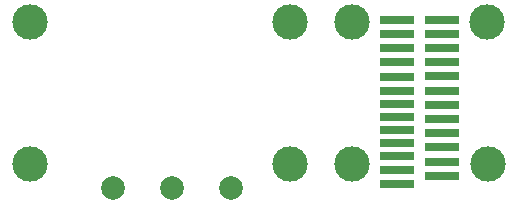
<source format=gbr>
%TF.GenerationSoftware,KiCad,Pcbnew,5.1.6-c6e7f7d~87~ubuntu20.04.1*%
%TF.CreationDate,2022-05-26T15:44:46+02:00*%
%TF.ProjectId,interface_down_left_side_arm,696e7465-7266-4616-9365-5f646f776e5f,rev?*%
%TF.SameCoordinates,PX5f5e038PY7086ec8*%
%TF.FileFunction,Copper,L2,Bot*%
%TF.FilePolarity,Positive*%
%FSLAX46Y46*%
G04 Gerber Fmt 4.6, Leading zero omitted, Abs format (unit mm)*
G04 Created by KiCad (PCBNEW 5.1.6-c6e7f7d~87~ubuntu20.04.1) date 2022-05-26 15:44:46*
%MOMM*%
%LPD*%
G01*
G04 APERTURE LIST*
%TA.AperFunction,ComponentPad*%
%ADD10R,3.000000X0.800000*%
%TD*%
%TA.AperFunction,ComponentPad*%
%ADD11C,2.000000*%
%TD*%
%TA.AperFunction,ViaPad*%
%ADD12C,3.000000*%
%TD*%
G04 APERTURE END LIST*
D10*
%TO.P,J4,2*%
%TO.N,Net-(J4-Pad2)*%
X35100200Y14793160D03*
%TO.P,J4,1*%
%TO.N,Net-(J4-Pad1)*%
X35100200Y15993160D03*
%TO.P,J4,4*%
%TO.N,Net-(J4-Pad4)*%
X35100200Y12393160D03*
%TO.P,J4,3*%
%TO.N,Net-(J4-Pad3)*%
X35080200Y13593160D03*
%TO.P,J4,5*%
%TO.N,Net-(J4-Pad5)*%
X35100200Y11193160D03*
%TO.P,J4,6*%
%TO.N,Net-(J4-Pad6)*%
X35106000Y9993160D03*
%TO.P,J4,9*%
%TO.N,Net-(J4-Pad9)*%
X35100200Y6693160D03*
%TO.P,J4,12*%
%TO.N,Net-(J4-Pad12)*%
X35100200Y3293160D03*
%TO.P,J4,10*%
%TO.N,Net-(J4-Pad10)*%
X35100200Y5593160D03*
%TO.P,J4,8*%
%TO.N,Net-(J4-Pad8)*%
X35100200Y7793160D03*
%TO.P,J4,11*%
%TO.N,Net-(J4-Pad11)*%
X35100200Y4493160D03*
%TO.P,J4,7*%
%TO.N,Net-(J4-Pad7)*%
X35100200Y8893160D03*
%TO.P,J4,13*%
%TO.N,Net-(J4-Pad13)*%
X35100200Y2093160D03*
%TO.P,J4,14*%
%TO.N,Net-(J4-Pad14)*%
X38886540Y16000400D03*
%TO.P,J4,15*%
%TO.N,Net-(J4-Pad15)*%
X38886540Y14800400D03*
%TO.P,J4,16*%
%TO.N,Net-(J4-Pad16)*%
X38886540Y13600400D03*
%TO.P,J4,17*%
%TO.N,Net-(J4-Pad17)*%
X38886540Y12400400D03*
%TO.P,J4,18*%
%TO.N,Net-(J4-Pad18)*%
X38886540Y11200400D03*
%TO.P,J4,19*%
%TO.N,Net-(J4-Pad19)*%
X38886540Y10000400D03*
%TO.P,J4,20*%
%TO.N,Net-(J4-Pad20)*%
X38886540Y8800400D03*
%TO.P,J4,21*%
%TO.N,Net-(J4-Pad21)*%
X38886540Y7600400D03*
%TO.P,J4,22*%
%TO.N,Net-(J4-Pad22)*%
X38886540Y6400400D03*
%TO.P,J4,23*%
%TO.N,Net-(J4-Pad23)*%
X38886540Y5200400D03*
%TO.P,J4,24*%
%TO.N,Net-(J4-Pad24)*%
X38886540Y4000400D03*
%TO.P,J4,25*%
%TO.N,Net-(J4-Pad25)*%
X38886540Y2800400D03*
%TD*%
D11*
%TO.P,J1,1*%
%TO.N,Net-(J1-Pad1)*%
X11000200Y1732280D03*
%TO.P,J1,2*%
%TO.N,Net-(J1-Pad2)*%
X16000200Y1732280D03*
%TO.P,J1,3*%
%TO.N,Net-(J1-Pad3)*%
X21000200Y1732280D03*
%TD*%
D12*
%TO.N,*%
X42710200Y15783160D03*
X31290200Y15783160D03*
X31290200Y3783160D03*
X42790200Y3783160D03*
X26000200Y15783160D03*
%TO.N,Net-(J3-Pad1)*%
X4000200Y15783160D03*
%TO.N,*%
X4000200Y3783160D03*
X26000200Y3783160D03*
%TD*%
M02*

</source>
